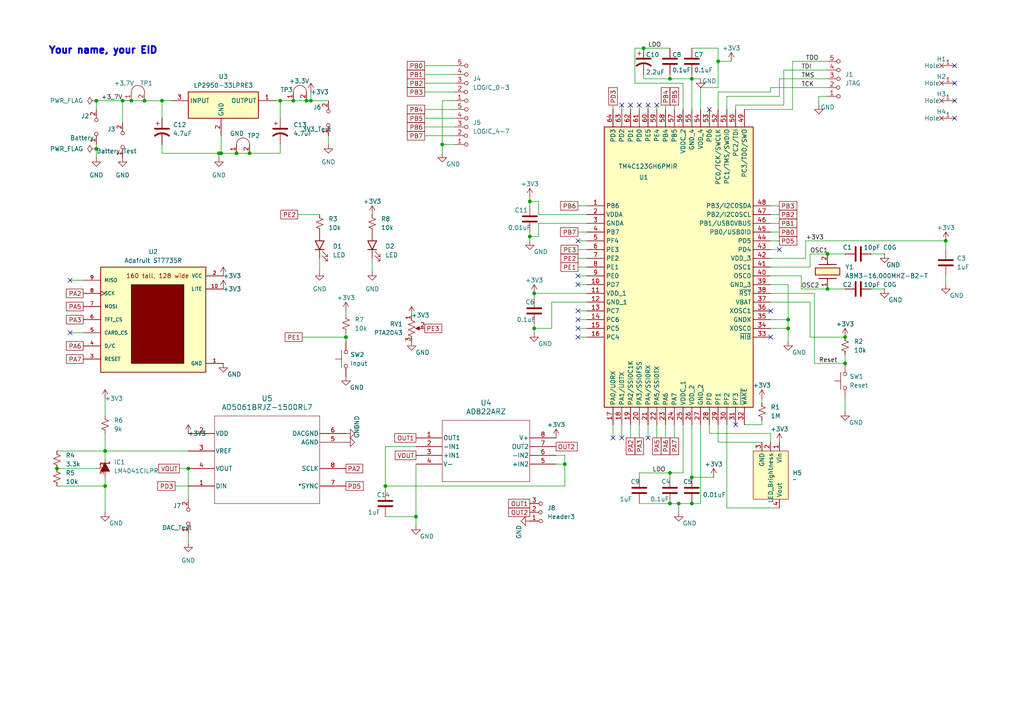
<source format=kicad_sch>
(kicad_sch (version 20231120) (generator "eeschema") (generator_version "8.0")
  (paper "A4")
  (title_block (title "ECE 445L Lab6 Project") (date "2024-02-27") (rev "v1.0.1") (company "The University of Texas at Austin"))
  (junction (at 200.66 22.86))
  (junction (at 41.91 29.21))
  (junction (at 274.32 69.85))
  (junction (at 245.11 105.41))
  (junction (at 38.1 29.21))
  (junction (at 46.99 29.21))
  (junction (at 30.48 140.97))
  (junction (at 240.03 73.66))
  (junction (at 30.48 130.81))
  (junction (at 196.85 146.05))
  (junction (at 27.94 43.18))
  (junction (at 186.69 13.97))
  (junction (at 194.31 146.05))
  (junction (at 81.28 29.21))
  (junction (at 54.61 135.89))
  (junction (at 154.94 95.25))
  (junction (at 120.65 149.86))
  (junction (at 163.83 134.62))
  (junction (at 194.31 137.16))
  (junction (at 100.33 97.79))
  (junction (at 153.67 58.42))
  (junction (at 68.58 44.45))
  (junction (at 200.66 138.43))
  (junction (at 35.56 29.21))
  (junction (at 64.135 44.45))
  (junction (at 72.39 44.45))
  (junction (at 228.6 95.25))
  (junction (at 111.76 140.97))
  (junction (at 85.09 29.21))
  (junction (at 208.28 17.78))
  (junction (at 228.6 92.71))
  (junction (at 16.51 135.89))
  (junction (at 27.94 29.21))
  (junction (at 154.94 85.09))
  (junction (at 90.17 29.21))
  (junction (at 240.03 83.82))
  (junction (at 128.27 41.91))
  (junction (at 245.11 97.79))
  (junction (at 153.67 68.58))
  (junction (at 200.66 146.05))
  (junction (at 194.31 22.86))
  (junction (at 88.9 29.21))
  (junction (at 63.5 44.45))
  (no_connect (at 205.74 31.75))
  (no_connect (at 187.96 127))
  (no_connect (at 276.86 34.29))
  (no_connect (at 213.36 123.19))
  (no_connect (at 177.8 127))
  (no_connect (at 180.34 30.48))
  (no_connect (at 185.42 30.48))
  (no_connect (at 167.64 95.25))
  (no_connect (at 223.52 97.79))
  (no_connect (at 276.86 19.05))
  (no_connect (at 167.64 92.71))
  (no_connect (at 180.34 127))
  (no_connect (at 167.64 82.55))
  (no_connect (at 167.64 80.01))
  (no_connect (at 167.64 69.85))
  (no_connect (at 226.06 72.39))
  (no_connect (at 167.64 90.17))
  (no_connect (at 20.32 81.28))
  (no_connect (at 276.86 24.13))
  (no_connect (at 167.64 97.79))
  (no_connect (at 223.52 90.17))
  (no_connect (at 190.5 30.48))
  (no_connect (at 276.86 29.21))
  (no_connect (at 187.96 30.48))
  (no_connect (at 20.32 96.52))
  (no_connect (at 182.88 30.48))
  (wire (pts (xy 208.28 13.97) (xy 200.66 13.97)))
  (wire (pts (xy 203.2 25.4) (xy 208.28 25.4)))
  (wire (pts (xy 274.32 80.01) (xy 274.32 82.55)))
  (wire (pts (xy 232.41 83.82) (xy 240.03 83.82)))
  (wire (pts (xy 185.42 137.16) (xy 194.31 137.16)))
  (wire (pts (xy 240.03 83.82) (xy 245.11 83.82)))
  (wire (pts (xy 100.33 90.17) (xy 100.33 91.44)))
  (wire (pts (xy 220.98 115.57) (xy 220.98 116.84)))
  (wire (pts (xy 154.94 93.98) (xy 154.94 95.25)))
  (wire (pts (xy 200.66 123.19) (xy 200.66 138.43)))
  (wire (pts (xy 245.11 115.57) (xy 245.11 119.38)))
  (wire (pts (xy 212.09 17.78) (xy 208.28 17.78)))
  (wire (pts (xy 46.99 44.45) (xy 63.5 44.45)))
  (wire (pts (xy 208.28 17.78) (xy 208.28 25.4)))
  (wire (pts (xy 182.88 30.48) (xy 182.88 31.75)))
  (wire (pts (xy 190.5 30.48) (xy 190.5 31.75)))
  (wire (pts (xy 132.08 29.21) (xy 128.27 29.21)))
  (wire (pts (xy 163.83 134.62) (xy 161.29 134.62)))
  (wire (pts (xy 30.48 125.73) (xy 30.48 130.81)))
  (wire (pts (xy 223.52 80.01) (xy 232.41 80.01)))
  (wire (pts (xy 274.32 69.85) (xy 274.32 72.39)))
  (wire (pts (xy 227.33 30.48) (xy 227.33 20.32)))
  (wire (pts (xy 223.52 72.39) (xy 226.06 72.39)))
  (wire (pts (xy 208.28 26.67) (xy 223.52 26.67)))
  (wire (pts (xy 194.31 146.05) (xy 196.85 146.05)))
  (wire (pts (xy 92.71 74.93) (xy 92.71 78.74)))
  (wire (pts (xy 203.2 123.19) (xy 203.2 146.05)))
  (wire (pts (xy 50.8 140.97) (xy 54.61 140.97)))
  (wire (pts (xy 194.31 22.86) (xy 200.66 22.86)))
  (wire (pts (xy 68.58 44.45) (xy 72.39 44.45)))
  (wire (pts (xy 100.33 97.79) (xy 100.33 99.06)))
  (wire (pts (xy 88.9 29.21) (xy 90.17 29.21)))
  (wire (pts (xy 200.66 146.05) (xy 196.85 146.05)))
  (wire (pts (xy 203.2 146.05) (xy 200.66 146.05)))
  (wire (pts (xy 229.87 31.75) (xy 229.87 17.78)))
  (wire (pts (xy 167.64 92.71) (xy 170.18 92.71)))
  (wire (pts (xy 194.31 137.16) (xy 194.31 138.43)))
  (wire (pts (xy 200.66 22.86) (xy 200.66 31.75)))
  (wire (pts (xy 160.02 87.63) (xy 160.02 95.25)))
  (wire (pts (xy 187.96 30.48) (xy 187.96 31.75)))
  (wire (pts (xy 196.85 146.05) (xy 196.85 148.59)))
  (wire (pts (xy 233.68 69.85) (xy 274.32 69.85)))
  (wire (pts (xy 228.6 95.25) (xy 228.6 99.06)))
  (wire (pts (xy 252.73 73.66) (xy 256.54 73.66)))
  (wire (pts (xy 223.52 74.93) (xy 233.68 74.93)))
  (wire (pts (xy 208.28 13.97) (xy 208.28 17.78)))
  (wire (pts (xy 200.66 21.59) (xy 200.66 22.86)))
  (wire (pts (xy 234.95 73.66) (xy 240.03 73.66)))
  (wire (pts (xy 128.27 41.91) (xy 132.08 41.91)))
  (wire (pts (xy 226.06 27.94) (xy 226.06 22.86)))
  (wire (pts (xy 167.64 77.47) (xy 170.18 77.47)))
  (wire (pts (xy 198.12 123.19) (xy 198.12 137.16)))
  (wire (pts (xy 223.52 77.47) (xy 234.95 77.47)))
  (wire (pts (xy 30.48 138.43) (xy 30.48 140.97)))
  (wire (pts (xy 167.64 59.69) (xy 170.18 59.69)))
  (wire (pts (xy 123.19 24.13) (xy 132.08 24.13)))
  (wire (pts (xy 223.52 125.73) (xy 223.52 128.27)))
  (wire (pts (xy 177.8 30.48) (xy 177.8 31.75)))
  (wire (pts (xy 186.69 13.97) (xy 194.31 13.97)))
  (wire (pts (xy 123.19 34.29) (xy 132.08 34.29)))
  (wire (pts (xy 187.96 123.19) (xy 187.96 127)))
  (wire (pts (xy 154.94 85.09) (xy 154.94 86.36)))
  (wire (pts (xy 30.48 115.57) (xy 30.48 120.65)))
  (wire (pts (xy 198.12 137.16) (xy 194.31 137.16)))
  (wire (pts (xy 63.5 44.45) (xy 63.5 45.72)))
  (wire (pts (xy 234.95 97.79) (xy 245.11 97.79)))
  (wire (pts (xy 167.64 67.31) (xy 170.18 67.31)))
  (wire (pts (xy 223.52 85.09) (xy 236.22 85.09)))
  (wire (pts (xy 208.28 128.27) (xy 220.98 128.27)))
  (wire (pts (xy 153.67 58.42) (xy 156.21 58.42)))
  (wire (pts (xy 223.52 26.67) (xy 223.52 25.4)))
  (wire (pts (xy 223.52 59.69) (xy 226.06 59.69)))
  (wire (pts (xy 81.28 41.91) (xy 81.28 44.45)))
  (wire (pts (xy 27.94 43.18) (xy 27.94 45.72)))
  (wire (pts (xy 30.48 140.97) (xy 16.51 140.97)))
  (wire (pts (xy 223.52 87.63) (xy 234.95 87.63)))
  (wire (pts (xy 177.8 123.19) (xy 177.8 127)))
  (wire (pts (xy 54.61 154.94) (xy 54.61 157.48)))
  (wire (pts (xy 170.18 87.63) (xy 160.02 87.63)))
  (wire (pts (xy 46.99 41.91) (xy 46.99 44.45)))
  (wire (pts (xy 35.56 29.21) (xy 35.56 35.56)))
  (wire (pts (xy 156.21 64.77) (xy 156.21 68.58)))
  (wire (pts (xy 160.02 95.25) (xy 154.94 95.25)))
  (wire (pts (xy 167.64 97.79) (xy 170.18 97.79)))
  (wire (pts (xy 46.99 29.21) (xy 49.53 29.21)))
  (wire (pts (xy 163.83 134.62) (xy 163.83 140.97)))
  (wire (pts (xy 16.51 135.89) (xy 27.94 135.89)))
  (wire (pts (xy 81.28 29.21) (xy 85.09 29.21)))
  (wire (pts (xy 30.48 130.81) (xy 30.48 133.35)))
  (wire (pts (xy 198.12 31.75) (xy 198.12 24.13)))
  (wire (pts (xy 27.94 29.21) (xy 35.56 29.21)))
  (wire (pts (xy 156.21 68.58) (xy 153.67 68.58)))
  (wire (pts (xy 184.15 24.13) (xy 184.15 13.97)))
  (wire (pts (xy 210.82 31.75) (xy 210.82 27.94)))
  (wire (pts (xy 226.06 147.32) (xy 210.82 147.32)))
  (wire (pts (xy 120.65 134.62) (xy 120.65 149.86)))
  (wire (pts (xy 123.19 36.83) (xy 132.08 36.83)))
  (wire (pts (xy 120.65 129.54) (xy 111.76 129.54)))
  (wire (pts (xy 123.19 21.59) (xy 132.08 21.59)))
  (wire (pts (xy 170.18 64.77) (xy 156.21 64.77)))
  (wire (pts (xy 215.9 31.75) (xy 229.87 31.75)))
  (wire (pts (xy 86.36 62.23) (xy 92.71 62.23)))
  (wire (pts (xy 228.6 92.71) (xy 228.6 95.25)))
  (wire (pts (xy 163.83 140.97) (xy 111.76 140.97)))
  (wire (pts (xy 35.56 29.21) (xy 38.1 29.21)))
  (wire (pts (xy 194.31 21.59) (xy 194.31 22.86)))
  (wire (pts (xy 123.19 19.05) (xy 132.08 19.05)))
  (wire (pts (xy 233.68 74.93) (xy 233.68 69.85)))
  (wire (pts (xy 223.52 92.71) (xy 228.6 92.71)))
  (wire (pts (xy 20.32 96.52) (xy 24.13 96.52)))
  (wire (pts (xy 128.27 41.91) (xy 128.27 44.45)))
  (wire (pts (xy 156.21 62.23) (xy 170.18 62.23)))
  (wire (pts (xy 153.67 68.58) (xy 153.67 69.85)))
  (wire (pts (xy 223.52 64.77) (xy 226.06 64.77)))
  (wire (pts (xy 90.17 29.21) (xy 90.17 26.67)))
  (wire (pts (xy 167.64 82.55) (xy 170.18 82.55)))
  (wire (pts (xy 123.19 31.75) (xy 132.08 31.75)))
  (wire (pts (xy 111.76 129.54) (xy 111.76 140.97)))
  (wire (pts (xy 184.15 13.97) (xy 186.69 13.97)))
  (wire (pts (xy 213.36 31.75) (xy 213.36 30.48)))
  (wire (pts (xy 85.09 29.21) (xy 88.9 29.21)))
  (wire (pts (xy 228.6 82.55) (xy 228.6 92.71)))
  (wire (pts (xy 182.88 123.19) (xy 182.88 127)))
  (wire (pts (xy 41.91 29.21) (xy 46.99 29.21)))
  (wire (pts (xy 64.135 44.45) (xy 68.58 44.45)))
  (wire (pts (xy 200.66 22.86) (xy 203.2 22.86)))
  (wire (pts (xy 208.28 31.75) (xy 208.28 26.67)))
  (wire (pts (xy 223.52 95.25) (xy 228.6 95.25)))
  (wire (pts (xy 87.63 97.79) (xy 100.33 97.79)))
  (wire (pts (xy 213.36 30.48) (xy 227.33 30.48)))
  (wire (pts (xy 223.52 62.23) (xy 226.06 62.23)))
  (wire (pts (xy 215.9 123.19) (xy 220.98 123.19)))
  (wire (pts (xy 229.87 17.78) (xy 240.03 17.78)))
  (wire (pts (xy 167.64 95.25) (xy 170.18 95.25)))
  (wire (pts (xy 72.39 44.45) (xy 81.28 44.45)))
  (wire (pts (xy 63.5 44.45) (xy 64.135 44.45)))
  (wire (pts (xy 220.98 123.19) (xy 220.98 121.92)))
  (wire (pts (xy 100.33 96.52) (xy 100.33 97.79)))
  (wire (pts (xy 52.07 135.89) (xy 54.61 135.89)))
  (wire (pts (xy 123.19 39.37) (xy 132.08 39.37)))
  (wire (pts (xy 180.34 30.48) (xy 180.34 31.75)))
  (wire (pts (xy 20.32 81.28) (xy 24.13 81.28)))
  (wire (pts (xy 27.94 41.91) (xy 27.94 43.18)))
  (wire (pts (xy 80.01 29.21) (xy 81.28 29.21)))
  (wire (pts (xy 16.51 130.81) (xy 30.48 130.81)))
  (wire (pts (xy 203.2 31.75) (xy 203.2 25.4)))
  (wire (pts (xy 30.48 130.81) (xy 54.61 130.81)))
  (wire (pts (xy 153.67 58.42) (xy 153.67 59.69)))
  (wire (pts (xy 245.11 102.87) (xy 245.11 105.41)))
  (wire (pts (xy 123.19 26.67) (xy 132.08 26.67)))
  (wire (pts (xy 205.74 123.19) (xy 205.74 125.73)))
  (wire (pts (xy 198.12 24.13) (xy 184.15 24.13)))
  (wire (pts (xy 186.69 22.86) (xy 194.31 22.86)))
  (wire (pts (xy 153.67 67.31) (xy 153.67 68.58)))
  (wire (pts (xy 54.61 135.89) (xy 54.61 144.78)))
  (wire (pts (xy 234.95 87.63) (xy 234.95 97.79)))
  (wire (pts (xy 154.94 95.25) (xy 154.94 96.52)))
  (wire (pts (xy 185.42 30.48) (xy 185.42 31.75)))
  (wire (pts (xy 240.03 73.66) (xy 245.11 73.66)))
  (wire (pts (xy 107.95 74.93) (xy 107.95 78.74)))
  (wire (pts (xy 167.64 72.39) (xy 170.18 72.39)))
  (wire (pts (xy 205.74 125.73) (xy 223.52 125.73)))
  (wire (pts (xy 223.52 69.85) (xy 226.06 69.85)))
  (wire (pts (xy 227.33 20.32) (xy 240.03 20.32)))
  (wire (pts (xy 30.48 140.97) (xy 30.48 148.59)))
  (wire (pts (xy 193.04 123.19) (xy 193.04 127)))
  (wire (pts (xy 208.28 123.19) (xy 208.28 128.27)))
  (wire (pts (xy 153.67 57.15) (xy 153.67 58.42)))
  (wire (pts (xy 240.03 27.94) (xy 237.49 27.94)))
  (wire (pts (xy 167.64 69.85) (xy 170.18 69.85)))
  (wire (pts (xy 185.42 138.43) (xy 185.42 137.16)))
  (wire (pts (xy 193.04 30.48) (xy 193.04 31.75)))
  (wire (pts (xy 236.22 85.09) (xy 236.22 105.41)))
  (wire (pts (xy 167.64 90.17) (xy 170.18 90.17)))
  (wire (pts (xy 170.18 85.09) (xy 154.94 85.09)))
  (wire (pts (xy 223.52 67.31) (xy 226.06 67.31)))
  (wire (pts (xy 64.135 39.37) (xy 64.135 44.45)))
  (wire (pts (xy 46.99 29.21) (xy 46.99 34.29)))
  (wire (pts (xy 200.66 138.43) (xy 207.01 138.43)))
  (wire (pts (xy 95.25 41.91) (xy 95.25 39.37)))
  (wire (pts (xy 156.21 62.23) (xy 156.21 58.42)))
  (wire (pts (xy 234.95 77.47) (xy 234.95 73.66)))
  (wire (pts (xy 90.17 29.21) (xy 95.25 29.21)))
  (wire (pts (xy 167.64 80.01) (xy 170.18 80.01)))
  (wire (pts (xy 232.41 80.01) (xy 232.41 83.82)))
  (wire (pts (xy 210.82 27.94) (xy 226.06 27.94)))
  (wire (pts (xy 226.06 22.86) (xy 240.03 22.86)))
  (wire (pts (xy 223.52 82.55) (xy 228.6 82.55)))
  (wire (pts (xy 111.76 149.86) (xy 120.65 149.86)))
  (wire (pts (xy 210.82 147.32) (xy 210.82 123.19)))
  (wire (pts (xy 27.94 29.21) (xy 27.94 31.75)))
  (wire (pts (xy 185.42 146.05) (xy 194.31 146.05)))
  (wire (pts (xy 185.42 123.19) (xy 185.42 127)))
  (wire (pts (xy 180.34 123.19) (xy 180.34 127)))
  (wire (pts (xy 81.28 29.21) (xy 81.28 34.29)))
  (wire (pts (xy 252.73 83.82) (xy 256.54 83.82)))
  (wire (pts (xy 186.69 21.59) (xy 186.69 22.86)))
  (wire (pts (xy 128.27 29.21) (xy 128.27 41.91)))
  (wire (pts (xy 163.83 132.08) (xy 163.83 134.62)))
  (wire (pts (xy 120.65 149.86) (xy 120.65 152.4)))
  (wire (pts (xy 236.22 105.41) (xy 245.11 105.41)))
  (wire (pts (xy 167.64 74.93) (xy 170.18 74.93)))
  (wire (pts (xy 195.58 123.19) (xy 195.58 127)))
  (wire (pts (xy 111.76 140.97) (xy 111.76 142.24)))
  (wire (pts (xy 195.58 30.48) (xy 195.58 31.75)))
  (wire (pts (xy 237.49 27.94) (xy 237.49 30.48)))
  (wire (pts (xy 38.1 29.21) (xy 41.91 29.21)))
  (wire (pts (xy 223.52 25.4) (xy 240.03 25.4)))
  (wire (pts (xy 190.5 123.19) (xy 190.5 127)))
  (wire (pts (xy 161.29 132.08) (xy 163.83 132.08)))
  (text "Your name, your EID" (at 13.97 15.875 0) (effects (font (size 2 2) (thickness 0.6) (bold yes)) (justify left bottom)))
  (label "OSC2" (at 232.41 83.82 0))
  (label "TCK" (at 232.41 25.4 0))
  (label "TDI" (at 232.41 20.32 0))
  (label "LDO" (at 189.23 137.16 0))
  (label "TDO" (at 233.68 17.78 0))
  (label "TMS" (at 232.41 22.86 0))
  (label "LDO" (at 187.96 13.97 0))
  (label "OSC1" (at 234.95 73.66 0))
  (label "Reset" (at 237.49 105.41 0))
  (label "+3V3" (at 233.68 69.85 0))
  (label "+3_7V" (at 35.56 29.21 180))
  (global_label "PB4" (shape passive) (at 123.19 31.75 180) (property "Intersheetrefs" "${INTERSHEET_REFS}" (effects (hide yes))))
  (global_label "PD5" (shape passive) (at 100.33 140.97 0) (property "Intersheetrefs" "${INTERSHEET_REFS}" (effects (hide yes))))
  (global_label "PB7" (shape passive) (at 123.19 39.37 180) (property "Intersheetrefs" "${INTERSHEET_REFS}" (effects (hide yes))))
  (global_label "PB3" (shape passive) (at 226.06 59.69 0) (property "Intersheetrefs" "${INTERSHEET_REFS}" (effects (hide yes))))
  (global_label "PD3" (shape passive) (at 177.8 30.48 90) (property "Intersheetrefs" "${INTERSHEET_REFS}" (effects (hide yes))))
  (global_label "PB5" (shape passive) (at 195.58 30.48 90) (property "Intersheetrefs" "${INTERSHEET_REFS}" (effects (hide yes))))
  (global_label "PB1" (shape passive) (at 226.06 64.77 0) (property "Intersheetrefs" "${INTERSHEET_REFS}" (effects (hide yes))))
  (global_label "PA6" (shape passive) (at 193.04 127 270) (property "Intersheetrefs" "${INTERSHEET_REFS}" (effects (hide yes))))
  (global_label "PA6" (shape passive) (at 24.13 100.33 180) (property "Intersheetrefs" "${INTERSHEET_REFS}" (effects (hide yes))))
  (global_label "PB4" (shape passive) (at 193.04 30.48 90) (property "Intersheetrefs" "${INTERSHEET_REFS}" (effects (hide yes))))
  (global_label "PB3" (shape passive) (at 123.19 26.67 180) (property "Intersheetrefs" "${INTERSHEET_REFS}" (effects (hide yes))))
  (global_label "PA3" (shape passive) (at 185.42 127 270) (property "Intersheetrefs" "${INTERSHEET_REFS}" (effects (hide yes))))
  (global_label "PB2" (shape passive) (at 226.06 62.23 0) (property "Intersheetrefs" "${INTERSHEET_REFS}" (effects (hide yes))))
  (global_label "PB6" (shape passive) (at 123.19 36.83 180) (property "Intersheetrefs" "${INTERSHEET_REFS}" (effects (hide yes))))
  (global_label "OUT1" (shape passive) (at 120.65 127 180) (property "Intersheetrefs" "${INTERSHEET_REFS}" (effects (hide yes))))
  (global_label "PE3" (shape passive) (at 167.64 72.39 180) (property "Intersheetrefs" "${INTERSHEET_REFS}" (effects (hide yes))))
  (global_label "PB2" (shape passive) (at 123.19 24.13 180) (property "Intersheetrefs" "${INTERSHEET_REFS}" (effects (hide yes))))
  (global_label "PA2" (shape passive) (at 24.13 85.09 180) (property "Intersheetrefs" "${INTERSHEET_REFS}" (effects (hide yes))))
  (global_label "PE3" (shape passive) (at 123.19 95.25 0) (property "Intersheetrefs" "${INTERSHEET_REFS}" (effects (hide yes))))
  (global_label "OUT2" (shape passive) (at 153.67 148.59 180) (property "Intersheetrefs" "${INTERSHEET_REFS}" (effects (hide yes))))
  (global_label "PE2" (shape passive) (at 86.36 62.23 180) (property "Intersheetrefs" "${INTERSHEET_REFS}" (effects (hide yes))))
  (global_label "OUT1" (shape passive) (at 153.67 146.05 180) (property "Intersheetrefs" "${INTERSHEET_REFS}" (effects (hide yes))))
  (global_label "PB6" (shape passive) (at 167.64 59.69 180) (property "Intersheetrefs" "${INTERSHEET_REFS}" (effects (hide yes))))
  (global_label "VOUT" (shape passive) (at 52.07 135.89 180) (property "Intersheetrefs" "${INTERSHEET_REFS}" (effects (hide yes))))
  (global_label "PE1" (shape passive) (at 167.64 77.47 180) (property "Intersheetrefs" "${INTERSHEET_REFS}" (effects (hide yes))))
  (global_label "VOUT" (shape passive) (at 120.65 132.08 180) (property "Intersheetrefs" "${INTERSHEET_REFS}" (effects (hide yes))))
  (global_label "OUT2" (shape passive) (at 161.29 129.54 0) (property "Intersheetrefs" "${INTERSHEET_REFS}" (effects (hide yes))))
  (global_label "PA3" (shape passive) (at 24.13 92.71 180) (property "Intersheetrefs" "${INTERSHEET_REFS}" (effects (hide yes))))
  (global_label "PB7" (shape passive) (at 167.64 67.31 180) (property "Intersheetrefs" "${INTERSHEET_REFS}" (effects (hide yes))))
  (global_label "PA7" (shape passive) (at 195.58 127 270) (property "Intersheetrefs" "${INTERSHEET_REFS}" (effects (hide yes))))
  (global_label "PA5" (shape passive) (at 24.13 88.9 180) (property "Intersheetrefs" "${INTERSHEET_REFS}" (effects (hide yes))))
  (global_label "PB1" (shape passive) (at 123.19 21.59 180) (property "Intersheetrefs" "${INTERSHEET_REFS}" (effects (hide yes))))
  (global_label "PD3" (shape passive) (at 50.8 140.97 180) (property "Intersheetrefs" "${INTERSHEET_REFS}" (effects (hide yes))))
  (global_label "PB0" (shape passive) (at 123.19 19.05 180) (property "Intersheetrefs" "${INTERSHEET_REFS}" (effects (hide yes))))
  (global_label "PA7" (shape passive) (at 24.13 104.14 180) (property "Intersheetrefs" "${INTERSHEET_REFS}" (effects (hide yes))))
  (global_label "PA5" (shape passive) (at 190.5 127 270) (property "Intersheetrefs" "${INTERSHEET_REFS}" (effects (hide yes))))
  (global_label "PB0" (shape passive) (at 226.06 67.31 0) (property "Intersheetrefs" "${INTERSHEET_REFS}" (effects (hide yes))))
  (global_label "PE1" (shape passive) (at 87.63 97.79 180) (property "Intersheetrefs" "${INTERSHEET_REFS}" (effects (hide yes))))
  (global_label "PD5" (shape passive) (at 226.06 69.85 0) (property "Intersheetrefs" "${INTERSHEET_REFS}" (effects (hide yes))))
  (global_label "PA2" (shape passive) (at 182.88 127 270) (property "Intersheetrefs" "${INTERSHEET_REFS}" (effects (hide yes))))
  (global_label "PA2" (shape passive) (at 100.33 135.89 0) (property "Intersheetrefs" "${INTERSHEET_REFS}" (effects (hide yes))))
  (global_label "PB5" (shape passive) (at 123.19 34.29 180) (property "Intersheetrefs" "${INTERSHEET_REFS}" (effects (hide yes))))
  (global_label "PE2" (shape passive) (at 167.64 74.93 180) (property "Intersheetrefs" "${INTERSHEET_REFS}" (effects (hide yes))))
  (symbol (lib_id "power:GND") (at 203.2 22.86 0) (unit 1)
    (property "Reference" "#PWR015" (effects (hide yes)))
    (property "Value" "GND" (at 205.74 23.495 0))
    (property "Description" "Power symbol creates a global label with name \"GND\" , ground" (effects (hide yes)))
  )
  (symbol (lib_id "ECE445L:Header_5") (at 137.16 26.67 180) (unit 1)
    (property "Reference" "J4" (at 137.16 22.8599 0) (effects (justify right)))
    (property "Value" "LOGIC_0-3" (at 137.16 25.3999 0) (effects (justify right)))
    (property "Footprint" "ECE445L:PinHeader_1x05_P2.54mm_Vertical" (effects (hide yes)))
    (property "Description" "Header, 4-pin" (effects (hide yes)))
  )
  (symbol (lib_id "ECE445L:C") (at 154.94 90.17 0) (unit 1)
    (property "Reference" "C6" (at 152.4 87.63 0) (effects (justify left)))
    (property "Value" "0.1uF" (at 149.86 92.71 0) (effects (justify left)))
    (property "Footprint" "ECE445L:C_Axial_200mil" (effects (hide yes)))
    (property "Description" "Unpolarized capacitor" (effects (hide yes)))
  )
  (symbol (lib_id "power:GND") (at 196.85 148.59 0) (unit 1)
    (property "Reference" "#PWR012" (effects (hide yes)))
    (property "Value" "GND" (at 200.025 151.765 0))
    (property "Description" "Power symbol creates a global label with name \"GND\" , ground" (effects (hide yes)))
  )
  (symbol (lib_id "ECE445L:C") (at 200.66 17.78 0) (unit 1)
    (property "Reference" "C7" (at 201.295 15.875 0) (effects (justify left)))
    (property "Value" "0.1uF" (at 201.295 20.32 0) (effects (justify left)))
    (property "Footprint" "ECE445L:C_Axial_200mil" (effects (hide yes)))
    (property "Description" "Unpolarized capacitor" (effects (hide yes)))
  )
  (symbol (lib_id "ECE445L:C_Polarized") (at 46.99 38.1 0) (unit 1)
    (property "Reference" "C12" (at 50.165 36.195 0) (effects (justify left)))
    (property "Value" "4.7uF" (at 50.165 38.735 0) (effects (justify left)))
    (property "Footprint" "ECE445L:CP_Radial_Tantal200mil" (effects (hide yes)))
    (property "Description" "Polarized capacitor, US symbol" (effects (hide yes)))
  )
  (symbol (lib_id "ECE445L:R_0.125W") (at 245.11 100.33 0) (unit 1)
    (property "Reference" "R2" (at 247.65 99.06 0) (effects (justify left)))
    (property "Value" "10k" (at 247.65 101.6 0) (effects (justify left)))
    (property "Footprint" "ECE445L:R_Axial_DIN0204_L3.6mm_D1.6mm_P7.62mm_Horizontal" (effects (hide yes)))
    (property "Datasheet" "https://users.ece.utexas.edu/~valvano/mspm0/CarbonFilmresistors.pdf" (effects (hide yes)))
    (property "Description" "Resistor, small US symbol" (effects (hide yes)))
  )
  (symbol (lib_id "ECE445L:Header_2") (at 54.61 149.86 90) (unit 1)
    (property "Reference" "J7" (at 50.165 146.685 90) (effects (justify right)))
    (property "Value" "DAC_Test" (at 46.99 153.035 90) (effects (justify right)))
    (property "Footprint" "ECE445L:PinHeader_1x02_P2.54mm_Vertical" (effects (hide yes)))
    (property "Description" "Header, 2-pole" (effects (hide yes)))
  )
  (symbol (lib_id "power:+3V3") (at 220.98 115.57 0) (unit 1)
    (property "Reference" "#PWR03" (effects (hide yes)))
    (property "Value" "+3V3" (at 220.98 111.76 0))
    (property "Description" "Power symbol creates a global label with name \"+3V3\"" (effects (hide yes)))
  )
  (symbol (lib_id "power:GND") (at 119.38 99.06 0) (unit 1)
    (property "Reference" "#PWR031" (effects (hide yes)))
    (property "Value" "GND" (at 122.555 102.235 0))
    (property "Description" "Power symbol creates a global label with name \"GND\" , ground" (effects (hide yes)))
  )
  (symbol (lib_id "power:+3V3") (at 64.77 80.01 0) (unit 1)
    (property "Reference" "#PWR020" (effects (hide yes)))
    (property "Value" "+3V3" (at 67.31 80.01 0))
    (property "Description" "Power symbol creates a global label with name \"+3V3\"" (effects (hide yes)))
  )
  (symbol (lib_id "Switch:SW_Push") (at 100.33 104.14 90) (unit 1)
    (property "Reference" "SW2" (at 101.6 102.87 90) (effects (justify right)))
    (property "Value" "Input" (at 101.6 105.41 90) (effects (justify right)))
    (property "Footprint" "Button_Switch_THT:SW_PUSH_6mm" (effects (hide yes)))
    (property "Description" "Push button switch, generic, two pins" (effects (hide yes)))
  )
  (symbol (lib_id "ECE445L:C") (at 111.76 146.05 0) (unit 1)
    (property "Reference" "C14" (at 109.22 143.51 0) (effects (justify left)))
    (property "Value" "1uF" (at 106.68 148.59 0) (effects (justify left)))
    (property "Footprint" "ECE445L:C_Axial_200mil" (effects (hide yes)))
    (property "Description" "Unpolarized capacitor" (effects (hide yes)))
  )
  (symbol (lib_id "ECE445L:C") (at 185.42 142.24 0) (unit 1)
    (property "Reference" "C9" (at 182.88 139.7 0) (effects (justify left)))
    (property "Value" "1uF" (at 179.705 144.78 0) (effects (justify left)))
    (property "Footprint" "ECE445L:C_Axial_200mil" (effects (hide yes)))
    (property "Description" "Unpolarized capacitor" (effects (hide yes)))
  )
  (symbol (lib_id "power:+3V3") (at 245.11 97.79 0) (unit 1)
    (property "Reference" "#PWR05" (effects (hide yes)))
    (property "Value" "+3V3" (at 245.11 93.98 0))
    (property "Description" "Power symbol creates a global label with name \"+3V3\"" (effects (hide yes)))
  )
  (symbol (lib_id "power:GND") (at 256.54 73.66 0) (unit 1)
    (property "Reference" "#PWR02" (effects (hide yes)))
    (property "Value" "GND" (at 259.08 76.835 0))
    (property "Description" "Power symbol creates a global label with name \"GND\" , ground" (effects (hide yes)))
  )
  (symbol (lib_id "ECE445L:LED") (at 109.22 71.12 0) (unit 1)
    (property "Reference" "D2" (at 111.76 71.4375 0) (effects (justify left)))
    (property "Value" "LED" (at 111.76 73.9775 0) (effects (justify left)))
    (property "Footprint" "ECE445L:LED_D5.0mm" (effects (hide yes)))
    (property "Datasheet" "https://users.ece.utexas.edu/~valvano/mspm0/HLMP-4700.pdf" (effects (hide yes)))
    (property "Description" "Light emitting diode" (effects (hide yes)))
  )
  (symbol (lib_id "power:PWR_FLAG") (at 27.94 29.21 90) (unit 1)
    (property "Reference" "#FLG01" (effects (hide yes)))
    (property "Value" "PWR_FLAG" (at 24.13 29.2099 90) (effects (justify left)))
    (property "Description" "Special symbol for telling ERC where power comes from" (effects (hide yes)))
  )
  (symbol (lib_id "ECE445L:LED") (at 93.98 71.12 0) (unit 1)
    (property "Reference" "D1" (at 96.52 71.4375 0) (effects (justify left)))
    (property "Value" "LED" (at 96.52 73.9775 0) (effects (justify left)))
    (property "Footprint" "ECE445L:LED_D5.0mm" (effects (hide yes)))
    (property "Datasheet" "https://users.ece.utexas.edu/~valvano/mspm0/HLMP-4700.pdf" (effects (hide yes)))
    (property "Description" "Light emitting diode" (effects (hide yes)))
  )
  (symbol (lib_id "ECE445L:C") (at 153.67 63.5 0) (unit 1)
    (property "Reference" "C11" (at 149.225 60.96 0) (effects (justify left)))
    (property "Value" "0.01uF" (at 147.32 66.04 0) (effects (justify left)))
    (property "Footprint" "ECE445L:C_Axial_200mil" (effects (hide yes)))
    (property "Description" "Unpolarized capacitor" (effects (hide yes)))
  )
  (symbol (lib_id "power:GND") (at 245.11 119.38 0) (unit 1)
    (property "Reference" "#PWR04" (effects (hide yes)))
    (property "Value" "GND" (at 248.285 122.555 0))
    (property "Description" "Power symbol creates a global label with name \"GND\" , ground" (effects (hide yes)))
  )
  (symbol (lib_id "power:+3V3") (at 119.38 91.44 0) (unit 1)
    (property "Reference" "#PWR030" (effects (hide yes)))
    (property "Value" "+3V3" (at 121.92 91.44 0))
    (property "Description" "Power symbol creates a global label with name \"+3V3\"" (effects (hide yes)))
  )
  (symbol (lib_id "power:+3V3") (at 161.29 127 0) (unit 1)
    (property "Reference" "#PWR032" (effects (hide yes)))
    (property "Value" "+3V3" (at 161.29 123.19 0))
    (property "Description" "Power symbol creates a global label with name \"+3V3\"" (effects (hide yes)))
  )
  (symbol (lib_id "ECE445L:R_0.125W") (at 107.95 64.77 0) (unit 1)
    (property "Reference" "R8" (at 110.49 63.5 0) (effects (justify left)))
    (property "Value" "10k" (at 110.49 66.04 0) (effects (justify left)))
    (property "Footprint" "ECE445L:R_Axial_DIN0204_L3.6mm_D1.6mm_P7.62mm_Horizontal" (effects (hide yes)))
    (property "Datasheet" "https://users.ece.utexas.edu/~valvano/mspm0/CarbonFilmresistors.pdf" (effects (hide yes)))
    (property "Description" "Resistor, small US symbol" (effects (hide yes)))
  )
  (symbol (lib_id "Switch:SW_Push") (at 245.11 110.49 90) (unit 1)
    (property "Reference" "SW1" (at 246.38 109.22 90) (effects (justify right)))
    (property "Value" "Reset" (at 246.38 111.76 90) (effects (justify right)))
    (property "Footprint" "Button_Switch_THT:SW_PUSH_6mm" (effects (hide yes)))
    (property "Description" "Push button switch, generic, two pins" (effects (hide yes)))
  )
  (symbol (lib_id "power:GND") (at 153.67 69.85 0) (unit 1)
    (property "Reference" "#PWR016" (effects (hide yes)))
    (property "Value" "GND" (at 156.845 73.025 0))
    (property "Description" "Power symbol creates a global label with name \"GND\" , ground" (effects (hide yes)))
  )
  (symbol (lib_id "power:PWR_FLAG") (at 27.94 43.18 90) (unit 1)
    (property "Reference" "#FLG02" (effects (hide yes)))
    (property "Value" "PWR_FLAG" (at 24.13 43.1799 90) (effects (justify left)))
    (property "Description" "Special symbol for telling ERC where power comes from" (effects (hide yes)))
  )
  (symbol (lib_id "AD5061BRJZ_1500RL7:AD5061BRJZ-1500RL7") (at 54.61 125.73 0) (unit 1)
    (property "Reference" "U5" (at 77.47 115.57 0) (effects (font (size 1.524 1.524))))
    (property "Value" "AD5061BRJZ-1500RL7" (at 77.47 118.11 0) (effects (font (size 1.524 1.524))))
    (property "Footprint" "Lab_6:RJ_8_ADI" (effects (hide yes)))
    (property "Datasheet" "AD5061BRJZ-1500RL7" (effects (hide yes)))
  )
  (symbol (lib_id "ECE445L:C") (at 248.92 83.82 90) (unit 1)
    (property "Reference" "C2" (at 245.745 82.55 90))
    (property "Value" "10pF C0G" (at 255.27 82.55 90))
    (property "Footprint" "ECE445L:C_Axial_200mil" (effects (hide yes)))
    (property "Description" "Unpolarized capacitor" (effects (hide yes)))
  )
  (symbol (lib_id "ECE445L:ABM3-16.000MHZ-B2-T") (at 240.03 83.82 90) (unit 1)
    (property "Reference" "Y1" (at 245.11 77.4699 90) (effects (justify right)))
    (property "Value" "ABM3-16.000MHZ-B2-T" (at 245.11 80.0099 90) (effects (justify right)))
    (property "Footprint" "ECE445L:ABM3" (effects (hide yes)))
    (property "Datasheet" "https://abracon.com/Resonators/abm3.pdf" (effects (hide yes)))
    (property "Description" "16 MHz +/-20ppm Crystal 18pF 40 Ohms 2-SMD, No Lead" (effects (hide yes)))
    (property "Height" "1.3" (effects (hide yes)))
    (property "Mouser Part Number" "815-ABM3-16-B2-T" (effects (hide yes)))
    (property "Mouser Price/Stock" "https://www.mouser.co.uk/ProductDetail/ABRACON/ABM3-16.000MHZ-B2-T?qs=H8AWquzS%2FlOF%252BStKHcxcSw%3D%3D" (effects (hide yes)))
    (property "Manufacturer_Name" "ABRACON" (effects (hide yes)))
    (property "Manufacturer_Part_Number" "ABM3-16.000MHZ-B2-T" (effects (hide yes)))
  )
  (symbol (lib_id "ECE445L:Header_2") (at 27.94 36.83 90) (unit 1)
    (property "Reference" "J2" (at 23.495 33.655 90) (effects (justify right)))
    (property "Value" "Battery" (at 20.32 40.005 90) (effects (justify right)))
    (property "Footprint" "ECE445L:PinHeader_1x02_P2.54mm_Vertical" (effects (hide yes)))
    (property "Description" "Header, 2-pole" (effects (hide yes)))
  )
  (symbol (lib_id "ECE445L:R_0.125W") (at 100.33 93.98 0) (unit 1)
    (property "Reference" "R7" (at 102.87 92.71 0) (effects (justify left)))
    (property "Value" "10k" (at 102.87 95.25 0) (effects (justify left)))
    (property "Footprint" "ECE445L:R_Axial_DIN0204_L3.6mm_D1.6mm_P7.62mm_Horizontal" (effects (hide yes)))
    (property "Datasheet" "https://users.ece.utexas.edu/~valvano/mspm0/CarbonFilmresistors.pdf" (effects (hide yes)))
    (property "Description" "Resistor, small US symbol" (effects (hide yes)))
  )
  (symbol (lib_id "power:+3V3") (at 207.01 138.43 0) (unit 1)
    (property "Reference" "#PWR010" (effects (hide yes)))
    (property "Value" "+3V3" (at 207.01 134.62 0))
    (property "Description" "Power symbol creates a global label with name \"+3V3\"" (effects (hide yes)))
  )
  (symbol (lib_id "ECE445L:LM4041CILPR") (at 30.48 135.89 0) (unit 1)
    (property "Reference" "IC1" (at 33.02 134.0484 0) (effects (justify left)))
    (property "Value" "LM4041CILPR" (at 33.02 136.5884 0) (effects (justify left)))
    (property "Footprint" "ECE445L:ti_LM4041CILPR" (effects (hide yes)))
    (property "Datasheet" "https://www.ti.com/general/docs/suppproductinfo.tsp?distId=26&gotoUrl=https://www.ti.com/lit/gpn/lm4041a12" (effects (hide yes)))
    (property "Distributor" "Mouser" (effects (hide yes)))
    (property "Manufacturer" "Texas Instruments" (effects (hide yes)))
    (property "P/N" "LM4041CILPR" (effects (hide yes)))
    (property "Cost" "0.78" (effects (hide yes)))
  )
  (symbol (lib_id "power:GND") (at 35.56 45.72 0) (unit 1)
    (property "Reference" "#PWR038" (effects (hide yes)))
    (property "Value" "GND" (at 35.56 50.8 0))
    (property "Description" "Power symbol creates a global label with name \"GND\" , ground" (effects (hide yes)))
  )
  (symbol (lib_id "ECE445L:C") (at 194.31 142.24 0) (unit 1)
    (property "Reference" "C4" (at 191.77 139.7 0) (effects (justify left)))
    (property "Value" "0.1uF" (at 188.595 144.78 0) (effects (justify left)))
    (property "Footprint" "ECE445L:C_Axial_200mil" (effects (hide yes)))
    (property "Description" "Unpolarized capacitor" (effects (hide yes)))
  )
  (symbol (lib_id "ECE445L:Header_2") (at 95.25 34.29 90) (unit 1)
    (property "Reference" "J6" (at 90.805 31.115 90) (effects (justify right)))
    (property "Value" "3V3_Test" (at 87.63 37.465 90) (effects (justify right)))
    (property "Footprint" "ECE445L:PinHeader_1x02_P2.54mm_Vertical" (effects (hide yes)))
    (property "Description" "Header, 2-pole" (effects (hide yes)))
  )
  (symbol (lib_id "ECE445L:MountingHole") (at 276.86 29.21 0) (unit 1)
    (property "Reference" "H3" (at 273.05 27.305 0))
    (property "Value" "~" (at 276.86 29.21 0))
    (property "Footprint" "ECE445L:MountingHole_4_40" (effects (hide yes)))
    (property "Description" "Drill hole for 4-40 screw" (effects (hide yes)))
  )
  (symbol (lib_id "ECE445L:Adafruit_ST7735R") (at 44.45 92.71 0) (unit 1)
    (property "Reference" "U2" (at 44.45 73.025 0))
    (property "Value" "Adafruit ST7735R" (at 44.45 75.565 0))
    (property "Footprint" "ECE445L:adafruit_st7735r2" (effects (hide yes)))
    (property "Datasheet" "https://www.mouser.com/datasheet/2/737/ST7735R_V0_2-2489618.pdf" (effects (hide yes)))
    (property "Distributor" "Mouser" (effects (hide yes)))
    (property "Manufacturer" "Adafruit" (effects (hide yes)))
    (property "P/N" "358" (effects (hide yes)))
    (property "Cost" "19.95" (effects (hide yes)))
  )
  (symbol (lib_id "ECE445L:LP2950-33LPRE3") (at 49.53 29.21 0) (unit 1)
    (property "Reference" "U3" (at 64.77 22.225 0))
    (property "Value" "LP2950-33LPRE3" (at 64.77 24.765 0))
    (property "Footprint" "ECE445L:TL431CLPM" (effects (hide yes)))
    (property "Datasheet" "http://www.ti.com/lit/gpn/lp2950" (effects (hide yes)))
    (property "Description" "Adjustable Micropower Voltage Regulator With Shutdown" (effects (hide yes)))
    (property "Height" "9.34" (effects (hide yes)))
    (property "Mouser Part Number" "595-LP2950-33LPRE3" (effects (hide yes)))
    (property "Mouser Price/Stock" "https://www.mouser.co.uk/ProductDetail/Texas-Instruments/LP2950-33LPRE3?qs=iSMark9AYDUagDsOL8Eqdw%3D%3D" (effects (hide yes)))
    (property "Manufacturer_Name" "Texas Instruments" (effects (hide yes)))
    (property "Manufacturer_Part_Number" "LP2950-33LPRE3" (effects (hide yes)))
  )
  (symbol (lib_id "ECE445L:R_0.125W") (at 220.98 119.38 0) (unit 1)
    (property "Reference" "R1" (at 223.52 118.11 0) (effects (justify left)))
    (property "Value" "1M" (at 223.52 120.65 0) (effects (justify left)))
    (property "Footprint" "ECE445L:R_Axial_DIN0204_L3.6mm_D1.6mm_P7.62mm_Horizontal" (effects (hide yes)))
    (property "Datasheet" "https://users.ece.utexas.edu/~valvano/mspm0/CarbonFilmresistors.pdf" (effects (hide yes)))
    (property "Description" "Resistor, small US symbol" (effects (hide yes)))
  )
  (symbol (lib_id "ECE445L:C") (at 194.31 17.78 0) (unit 1)
    (property "Reference" "C8" (at 194.945 15.875 0) (effects (justify left)))
    (property "Value" "0.1uF" (at 194.945 20.32 0) (effects (justify left)))
    (property "Footprint" "ECE445L:C_Axial_200mil" (effects (hide yes)))
    (property "Description" "Unpolarized capacitor" (effects (hide yes)))
  )
  (symbol (lib_id "power:GND") (at 107.95 78.74 0) (unit 1)
    (property "Reference" "#PWR033" (effects (hide yes)))
    (property "Value" "GND" (at 107.95 83.82 0))
    (property "Description" "Power symbol creates a global label with name \"GND\" , ground" (effects (hide yes)))
  )
  (symbol (lib_id "power:GND") (at 153.67 151.13 270) (unit 1)
    (property "Reference" "#PWR040" (effects (hide yes)))
    (property "Value" "GND" (at 150.495 154.305 0))
    (property "Description" "Power symbol creates a global label with name \"GND\" , ground" (effects (hide yes)))
  )
  (symbol (lib_id "AD822ARZ:AD822ARZ") (at 120.65 127 0) (unit 1)
    (property "Reference" "U4" (at 140.97 116.84 0) (effects (font (size 1.524 1.524))))
    (property "Value" "AD822ARZ" (at 140.97 119.38 0) (effects (font (size 1.524 1.524))))
    (property "Footprint" "Lab_6:R_8_ADI" (effects (hide yes)))
    (property "Datasheet" "AD822ARZ" (effects (hide yes)))
  )
  (symbol (lib_id "lab6:heartbeat") (at 224.79 135.89 270) (unit 1)
    (property "Reference" "H5" (at 229.87 137.1599 90) (effects (justify left)))
    (property "Value" "~" (at 229.87 139.065 90) (effects (justify left)))
    (property "Footprint" "Lab_6:HEARTBEAT" (effects (hide yes)))
  )
  (symbol (lib_id "power:GND") (at 228.6 99.06 0) (unit 1)
    (property "Reference" "#PWR06" (effects (hide yes)))
    (property "Value" "GND" (at 231.775 102.235 0))
    (property "Description" "Power symbol creates a global label with name \"GND\" , ground" (effects (hide yes)))
  )
  (symbol (lib_id "power:+3V3") (at 100.33 90.17 0) (unit 1)
    (property "Reference" "#PWR028" (effects (hide yes)))
    (property "Value" "+3V3" (at 100.33 86.36 0))
    (property "Description" "Power symbol creates a global label with name \"+3V3\"" (effects (hide yes)))
  )
  (symbol (lib_id "power:GND") (at 63.5 45.72 0) (unit 1)
    (property "Reference" "#PWR018" (effects (hide yes)))
    (property "Value" "GND" (at 63.5 50.8 0))
    (property "Description" "Power symbol creates a global label with name \"GND\" , ground" (effects (hide yes)))
  )
  (symbol (lib_id "power:GND") (at 64.77 105.41 0) (unit 1)
    (property "Reference" "#PWR022" (effects (hide yes)))
    (property "Value" "GND" (at 67.945 108.585 0))
    (property "Description" "Power symbol creates a global label with name \"GND\" , ground" (effects (hide yes)))
  )
  (symbol (lib_id "ECE445L:MountingHole") (at 276.86 19.05 0) (unit 1)
    (property "Reference" "H1" (at 273.05 17.145 0))
    (property "Value" "~" (at 276.86 19.05 0))
    (property "Footprint" "ECE445L:MountingHole_4_40" (effects (hide yes)))
    (property "Description" "Drill hole for 4-40 screw" (effects (hide yes)))
  )
  (symbol (lib_id "power:+3V3") (at 226.06 128.27 0) (unit 1)
    (property "Reference" "#PWR041" (effects (hide yes)))
    (property "Value" "+3V3" (at 226.06 124.46 0))
    (property "Description" "Power symbol creates a global label with name \"+3V3\"" (effects (hide yes)))
  )
  (symbol (lib_id "ECE445L:MountingHole") (at 276.86 24.13 0) (unit 1)
    (property "Reference" "H2" (at 273.05 22.225 0))
    (property "Value" "~" (at 276.86 24.13 0))
    (property "Footprint" "ECE445L:MountingHole_4_40" (effects (hide yes)))
    (property "Description" "Drill hole for 4-40 screw" (effects (hide yes)))
  )
  (symbol (lib_id "power:+3V3") (at 274.32 69.85 0) (unit 1)
    (property "Reference" "#PWR07" (effects (hide yes)))
    (property "Value" "+3V3" (at 274.32 66.04 0))
    (property "Description" "Power symbol creates a global label with name \"+3V3\"" (effects (hide yes)))
  )
  (symbol (lib_id "power:GND") (at 237.49 30.48 0) (unit 1)
    (property "Reference" "#PWR017" (effects (hide yes)))
    (property "Value" "GND" (at 240.03 31.115 0))
    (property "Description" "Power symbol creates a global label with name \"GND\" , ground" (effects (hide yes)))
  )
  (symbol (lib_id "power:+3V3") (at 64.77 83.82 0) (unit 1)
    (property "Reference" "#PWR021" (effects (hide yes)))
    (property "Value" "+3V3" (at 67.31 83.82 0))
    (property "Description" "Power symbol creates a global label with name \"+3V3\"" (effects (hide yes)))
  )
  (symbol (lib_id "power:GND") (at 54.61 157.48 0) (unit 1)
    (property "Reference" "#PWR036" (effects (hide yes)))
    (property "Value" "GND" (at 54.61 162.56 0))
    (property "Description" "Power symbol creates a global label with name \"GND\" , ground" (effects (hide yes)))
  )
  (symbol (lib_id "ECE445L:Testpoint") (at 70.485 44.45 0) (unit 1)
    (property "Reference" "TP2" (at 71.755 39.37 0) (effects (justify left)))
    (property "Value" "GND" (at 66.675 38.735 0) (effects (justify left)))
    (property "Footprint" "ECE445L:Testpoint_1x02_P2.54mm" (effects (hide yes)))
    (property "Description" "Testpoint" (effects (hide yes)))
  )
  (symbol (lib_id "power:GND") (at 256.54 83.82 0) (unit 1)
    (property "Reference" "#PWR01" (effects (hide yes)))
    (property "Value" "GND" (at 259.715 86.995 0))
    (property "Description" "Power symbol creates a global label with name \"GND\" , ground" (effects (hide yes)))
  )
  (symbol (lib_id "ECE445L:C") (at 200.66 142.24 0) (unit 1)
    (property "Reference" "C5" (at 198.12 139.7 0) (effects (justify left)))
    (property "Value" "0.01uF" (at 203.835 143.51 0) (effects (justify left)))
    (property "Footprint" "ECE445L:C_Axial_200mil" (effects (hide yes)))
    (property "Description" "Unpolarized capacitor" (effects (hide yes)))
  )
  (symbol (lib_id "ECE445L:R_0.125W") (at 16.51 133.35 0) (unit 1)
    (property "Reference" "R4" (at 19.05 132.0799 0) (effects (justify left)))
    (property "Value" "3.3k" (at 19.05 134.6199 0) (effects (justify left)))
    (property "Footprint" "ECE445L:R_Axial_DIN0204_L3.6mm_D1.6mm_P7.62mm_Horizontal" (effects (hide yes)))
    (property "Datasheet" "https://users.ece.utexas.edu/~valvano/mspm0/CarbonFilmresistors.pdf" (effects (hide yes)))
    (property "Description" "Resistor, small US symbol" (effects (hide yes)))
  )
  (symbol (lib_id "ECE445L:C_Polarized") (at 186.69 17.78 0) (unit 1)
    (property "Reference" "C10" (at 187.325 15.875 0) (effects (justify left)))
    (property "Value" "2.2uF" (at 187.325 20.955 0) (effects (justify left)))
    (property "Footprint" "ECE445L:CP_Radial_Tantal200mil" (effects (hide yes)))
    (property "Description" "Polarized capacitor, US symbol" (effects (hide yes)))
  )
  (symbol (lib_id "power:+3V3") (at 54.61 125.73 0) (unit 1)
    (property "Reference" "#PWR026" (effects (hide yes)))
    (property "Value" "+3V3" (at 57.15 125.73 0))
    (property "Description" "Power symbol creates a global label with name \"+3V3\"" (effects (hide yes)))
  )
  (symbol (lib_id "ECE445L:Testpoint") (at 40.005 29.21 0) (unit 1)
    (property "Reference" "TP1" (at 40.64 24.13 0) (effects (justify left)))
    (property "Value" "+3.7V" (at 33.02 24.13 0) (effects (justify left)))
    (property "Footprint" "ECE445L:Testpoint_1x02_P2.54mm" (effects (hide yes)))
    (property "Description" "Testpoint" (effects (hide yes)))
  )
  (symbol (lib_id "power:GND") (at 100.33 109.22 0) (unit 1)
    (property "Reference" "#PWR029" (effects (hide yes)))
    (property "Value" "GND" (at 103.505 112.395 0))
    (property "Description" "Power symbol creates a global label with name \"GND\" , ground" (effects (hide yes)))
  )
  (symbol (lib_id "power:GND") (at 128.27 44.45 0) (unit 1)
    (property "Reference" "#PWR037" (effects (hide yes)))
    (property "Value" "GND" (at 131.445 47.625 0))
    (property "Description" "Power symbol creates a global label with name \"GND\" , ground" (effects (hide yes)))
  )
  (symbol (lib_id "power:+3V3") (at 90.17 26.67 0) (unit 1)
    (property "Reference" "#PWR0103" (effects (hide yes)))
    (property "Value" "+3V3" (at 92.71 26.67 0))
    (property "Description" "Power symbol creates a global label with name \"+3V3\"" (effects (hide yes)))
  )
  (symbol (lib_id "power:+3V3") (at 154.94 85.09 0) (unit 1)
    (property "Reference" "#PWR013" (effects (hide yes)))
    (property "Value" "+3V3" (at 154.94 81.28 0))
    (property "Description" "Power symbol creates a global label with name \"+3V3\"" (effects (hide yes)))
  )
  (symbol (lib_id "power:+3V3") (at 107.95 62.23 0) (unit 1)
    (property "Reference" "#PWR034" (effects (hide yes)))
    (property "Value" "+3V3" (at 107.95 58.42 0))
    (property "Description" "Power symbol creates a global label with name \"+3V3\"" (effects (hide yes)))
  )
  (symbol (lib_id "power:GND") (at 27.94 45.72 0) (unit 1)
    (property "Reference" "#PWR019" (effects (hide yes)))
    (property "Value" "GND" (at 27.94 50.8 0))
    (property "Description" "Power symbol creates a global label with name \"GND\" , ground" (effects (hide yes)))
  )
  (symbol (lib_id "power:GND") (at 92.71 78.74 0) (unit 1)
    (property "Reference" "#PWR0102" (effects (hide yes)))
    (property "Value" "GND" (at 92.71 83.82 0))
    (property "Description" "Power symbol creates a global label with name \"GND\" , ground" (effects (hide yes)))
  )
  (symbol (lib_id "ECE445L:Header_5") (at 137.16 39.37 180) (unit 1)
    (property "Reference" "J5" (at 137.16 35.5599 0) (effects (justify right)))
    (property "Value" "LOGIC_4-7" (at 137.16 38.0999 0) (effects (justify right)))
    (property "Footprint" "ECE445L:PinHeader_1x05_P2.54mm_Vertical" (effects (hide yes)))
    (property "Description" "Header, 4-pin" (effects (hide yes)))
  )
  (symbol (lib_id "ECE445L:Header_5") (at 245.11 25.4 180) (unit 1)
    (property "Reference" "J1" (at 245.11 21.59 0) (effects (justify right)))
    (property "Value" "JTAG" (at 245.11 24.13 0) (effects (justify right)))
    (property "Footprint" "ECE445L:PinHeader_1x05_P2.54mm_Vertical" (effects (hide yes)))
    (property "Description" "Header, 4-pin" (effects (hide yes)))
  )
  (symbol (lib_id "power:GND") (at 100.33 125.73 90) (unit 1)
    (property "Reference" "#PWR027" (effects (hide yes)))
    (property "Value" "GND" (at 103.505 122.555 0))
    (property "Description" "Power symbol creates a global label with name \"GND\" , ground" (effects (hide yes)))
  )
  (symbol (lib_id "power:+3V3") (at 153.67 57.15 0) (unit 1)
    (property "Reference" "#PWR011" (effects (hide yes)))
    (property "Value" "+3V3" (at 153.67 53.34 0))
    (property "Description" "Power symbol creates a global label with name \"+3V3\"" (effects (hide yes)))
  )
  (symbol (lib_id "ECE445L:C_Polarized") (at 81.28 38.1 0) (unit 1)
    (property "Reference" "C13" (at 85.09 36.195 0) (effects (justify left)))
    (property "Value" "4.7uF" (at 85.09 38.735 0) (effects (justify left)))
    (property "Footprint" "ECE445L:CP_Radial_Tantal200mil" (effects (hide yes)))
    (property "Description" "Polarized capacitor, US symbol" (effects (hide yes)))
  )
  (symbol (lib_id "power:GND") (at 95.25 41.91 0) (unit 1)
    (property "Reference" "#PWR039" (effects (hide yes)))
    (property "Value" "GND" (at 95.25 46.99 0))
    (property "Description" "Power symbol creates a global label with name \"GND\" , ground" (effects (hide yes)))
  )
  (symbol (lib_id "ECE445L:C") (at 274.32 76.2 0) (unit 1)
    (property "Reference" "C3" (at 277.495 74.93 0) (effects (justify left)))
    (property "Value" "1uF" (at 277.495 77.47 0) (effects (justify left)))
    (property "Footprint" "ECE445L:C_Axial_200mil" (effects (hide yes)))
    (property "Description" "Unpolarized capacitor" (effects (hide yes)))
  )
  (symbol (lib_id "ECE445L:R_0.125W") (at 16.51 138.43 0) (unit 1)
    (property "Reference" "R5" (at 19.05 137.16 0) (effects (justify left)))
    (property "Value" "10k" (at 19.05 139.7 0) (effects (justify left)))
    (property "Footprint" "ECE445L:R_Axial_DIN0204_L3.6mm_D1.6mm_P7.62mm_Horizontal" (effects (hide yes)))
    (property "Datasheet" "https://users.ece.utexas.edu/~valvano/mspm0/CarbonFilmresistors.pdf" (effects (hide yes)))
    (property "Description" "Resistor, small US symbol" (effects (hide yes)))
  )
  (symbol (lib_id "ECE445L:R_0.125W") (at 92.71 64.77 0) (unit 1)
    (property "Reference" "R3" (at 95.25 63.5 0) (effects (justify left)))
    (property "Value" "10k" (at 95.25 66.04 0) (effects (justify left)))
    (property "Footprint" "ECE445L:R_Axial_DIN0204_L3.6mm_D1.6mm_P7.62mm_Horizontal" (effects (hide yes)))
    (property "Datasheet" "https://users.ece.utexas.edu/~valvano/mspm0/CarbonFilmresistors.pdf" (effects (hide yes)))
    (property "Description" "Resistor, small US symbol" (effects (hide yes)))
  )
  (symbol (lib_id "power:GND") (at 30.48 148.59 0) (unit 1)
    (property "Reference" "#PWR024" (effects (hide yes)))
    (property "Value" "GND" (at 33.655 151.765 0))
    (property "Description" "Power symbol creates a global label with name \"GND\" , ground" (effects (hide yes)))
  )
  (symbol (lib_id "power:GND") (at 120.65 152.4 0) (unit 1)
    (property "Reference" "#PWR035" (effects (hide yes)))
    (property "Value" "GND" (at 123.825 155.575 0))
    (property "Description" "Power symbol creates a global label with name \"GND\" , ground" (effects (hide yes)))
  )
  (symbol (lib_id "ECE445L:Header_2") (at 35.56 40.64 90) (unit 1)
    (property "Reference" "J3" (at 31.115 37.465 90) (effects (justify right)))
    (property "Value" "Battery_Test" (at 27.94 43.815 90) (effects (justify right)))
    (property "Footprint" "ECE445L:PinHeader_1x02_P2.54mm_Vertical" (effects (hide yes)))
    (property "Description" "Header, 2-pole" (effects (hide yes)))
  )
  (symbol (lib_id "power:GND") (at 154.94 96.52 0) (unit 1)
    (property "Reference" "#PWR014" (effects (hide yes)))
    (property "Value" "GND" (at 158.115 99.695 0))
    (property "Description" "Power symbol creates a global label with name \"GND\" , ground" (effects (hide yes)))
  )
  (symbol (lib_id "power:GND") (at 100.33 128.27 90) (unit 1)
    (property "Reference" "#PWR023" (effects (hide yes)))
    (property "Value" "GND" (at 103.505 125.095 0))
    (property "Description" "Power symbol creates a global label with name \"GND\" , ground" (effects (hide yes)))
  )
  (symbol (lib_id "ECE445L:TM4C123GH6PMIR") (at 170.18 59.69 0) (unit 1)
    (property "Reference" "U1" (at 186.69 51.435 0))
    (property "Value" "TM4C123GH6PMIR" (at 187.96 48.26 0))
    (property "Footprint" "ECE445L:QFP50P1200X1200X160-64N" (effects (hide yes)))
    (property "Datasheet" "http://www.ti.com/general/docs/suppproductinfo.tsp?distId=10&gotoUrl=http%3A%2F%2Fwww.ti.com%2Flit%2Fgpn%2Ftm4c123gh6pm" (effects (hide yes)))
    (property "Description" "High performance 32-bit ARM&#174; Cortex&#174;-M4F based MCU" (effects (hide yes)))
    (property "Height" "1.6" (effects (hide yes)))
    (property "Mouser Part Number" "595-TM4C123GH6PMIR" (effects (hide yes)))
    (property "Mouser Price/Stock" "https://www.mouser.co.uk/ProductDetail/Texas-Instruments/TM4C123GH6PMIR?qs=9Y9qB%2FCsC3k3Wi%252BBS4c4WA%3D%3D" (effects (hide yes)))
    (property "Manufacturer_Name" "Texas Instruments" (effects (hide yes)))
    (property "Manufacturer_Part_Number" "TM4C123GH6PMIR" (effects (hide yes)))
  )
  (symbol (lib_id "ECE445L:R_0.125W") (at 30.48 123.19 0) (unit 1)
    (property "Reference" "R6" (at 33.02 121.9199 0) (effects (justify left)))
    (property "Value" "9k" (at 33.02 124.4599 0) (effects (justify left)))
    (property "Footprint" "ECE445L:R_Axial_DIN0204_L3.6mm_D1.6mm_P7.62mm_Horizontal" (effects (hide yes)))
    (property "Datasheet" "https://users.ece.utexas.edu/~valvano/mspm0/CarbonFilmresistors.pdf" (effects (hide yes)))
    (property "Description" "Resistor, small US symbol" (effects (hide yes)))
  )
  (symbol (lib_id "power:+3V3") (at 212.09 17.78 0) (unit 1)
    (property "Reference" "#PWR09" (effects (hide yes)))
    (property "Value" "+3V3" (at 212.09 13.97 0))
    (property "Description" "Power symbol creates a global label with name \"+3V3\"" (effects (hide yes)))
  )
  (symbol (lib_id "ECE445L:MountingHole") (at 276.86 34.29 0) (unit 1)
    (property "Reference" "H4" (at 273.05 32.385 0))
    (property "Value" "~" (at 276.86 34.29 0))
    (property "Footprint" "ECE445L:MountingHole_4_40" (effects (hide yes)))
    (property "Description" "Drill hole for 4-40 screw" (effects (hide yes)))
  )
  (symbol (lib_id "ECE445L:Header_3") (at 158.75 148.59 180) (unit 1)
    (property "Reference" "J8" (at 158.75 147.3199 0) (effects (justify right)))
    (property "Value" "Header3" (at 158.75 149.8599 0) (effects (justify right)))
    (property "Footprint" "ECE445L:PinHeader_1x03_P2.54mm_Vertical" (effects (hide yes)))
    (property "Description" "Header, 3-pin" (effects (hide yes)))
  )
  (symbol (lib_id "power:+3V3") (at 30.48 115.57 0) (unit 1)
    (property "Reference" "#PWR025" (effects (hide yes)))
    (property "Value" "+3V3" (at 33.02 115.57 0))
    (property "Description" "Power symbol creates a global label with name \"+3V3\"" (effects (hide yes)))
  )
  (symbol (lib_id "power:GND") (at 274.32 82.55 0) (unit 1)
    (property "Reference" "#PWR08" (effects (hide yes)))
    (property "Value" "GND" (at 277.495 85.725 0))
    (property "Description" "Power symbol creates a global label with name \"GND\" , ground" (effects (hide yes)))
  )
  (symbol (lib_id "ECE445L:Testpoint") (at 86.995 29.21 0) (unit 1)
    (property "Reference" "TP3" (at 81.28 26.035 0) (effects (justify left)))
    (property "Value" "+3.3V" (at 83.82 23.495 0) (effects (justify left)))
    (property "Footprint" "ECE445L:Testpoint_1x02_P2.54mm" (effects (hide yes)))
    (property "Description" "Testpoint" (effects (hide yes)))
  )
  (symbol (lib_id "ECE445L:PTA2043pot") (at 119.38 95.25 0) (unit 1)
    (property "Reference" "RV1" (at 116.84 93.9799 0) (effects (justify right)))
    (property "Value" "PTA2043" (at 116.84 96.5199 0) (effects (justify right)))
    (property "Footprint" "ECE445L:PTA2043pot" (effects (hide yes)))
    (property "Description" "Potentiometer, US symbol" (effects (hide yes)))
  )
  (symbol (lib_id "ECE445L:C") (at 248.92 73.66 90) (unit 1)
    (property "Reference" "C1" (at 245.745 71.755 90))
    (property "Value" "10pF C0G" (at 255.27 71.755 90))
    (property "Footprint" "ECE445L:C_Axial_200mil" (effects (hide yes)))
    (property "Description" "Unpolarized capacitor" (effects (hide yes)))
  )
)
</source>
